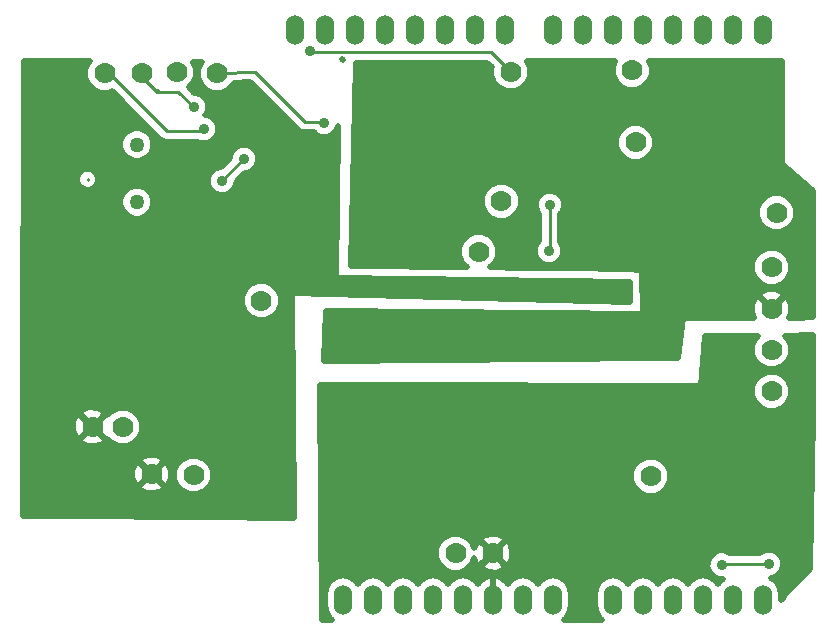
<source format=gbl>
G04 (created by PCBNEW (2013-07-07 BZR 4022)-stable) date 9/23/2014 8:39:01 AM*
%MOIN*%
G04 Gerber Fmt 3.4, Leading zero omitted, Abs format*
%FSLAX34Y34*%
G01*
G70*
G90*
G04 APERTURE LIST*
%ADD10C,0.00590551*%
%ADD11C,0.07*%
%ADD12C,0.05*%
%ADD13O,0.06X0.1*%
%ADD14C,0.035*%
%ADD15C,0.01*%
%ADD16C,0.019*%
G04 APERTURE END LIST*
G54D10*
G54D11*
X89340Y-41800D03*
X78210Y-41810D03*
X77060Y-41860D03*
X75810Y-41860D03*
X79560Y-41860D03*
X93390Y-41760D03*
X77370Y-55210D03*
X81030Y-49430D03*
X88750Y-57850D03*
X98200Y-46500D03*
X87500Y-57850D03*
X94010Y-55286D03*
X93500Y-44160D03*
X89030Y-46120D03*
X88270Y-47800D03*
X78770Y-55245D03*
G54D12*
X76876Y-46150D03*
X76876Y-44229D03*
G54D11*
X98038Y-52456D03*
X98038Y-51078D03*
X98038Y-49700D03*
X98038Y-48322D03*
X75400Y-53637D03*
X76407Y-53641D03*
G54D13*
X89150Y-40400D03*
X88150Y-40400D03*
X87150Y-40400D03*
X86150Y-40400D03*
X85150Y-40400D03*
X84150Y-40400D03*
X83150Y-40400D03*
X82150Y-40400D03*
X86750Y-59400D03*
X85750Y-59400D03*
X84750Y-59400D03*
X83750Y-59400D03*
X87750Y-59400D03*
X88750Y-59400D03*
X89750Y-59400D03*
X90750Y-59400D03*
X92750Y-59400D03*
X93750Y-59400D03*
X94750Y-59400D03*
X95750Y-59400D03*
X96750Y-59400D03*
X97750Y-59400D03*
X97750Y-40400D03*
X96750Y-40400D03*
X95750Y-40400D03*
X94750Y-40400D03*
X93750Y-40400D03*
X92750Y-40400D03*
X91750Y-40400D03*
X90750Y-40400D03*
G54D14*
X97960Y-58200D03*
X96370Y-58230D03*
X78770Y-42980D03*
X79110Y-43720D03*
X84442Y-46074D03*
X92100Y-50218D03*
X85022Y-50352D03*
X87370Y-45772D03*
X93676Y-46718D03*
X83120Y-43510D03*
X82650Y-41120D03*
X74630Y-44900D03*
X82200Y-44050D03*
X81970Y-47670D03*
X78150Y-49500D03*
X81210Y-47670D03*
X83110Y-47610D03*
X93184Y-49056D03*
X89916Y-49014D03*
X73816Y-48330D03*
X76786Y-51436D03*
X90246Y-53432D03*
X79730Y-45450D03*
X80450Y-44700D03*
X90640Y-46234D03*
X90616Y-47782D03*
G54D15*
X75240Y-45376D02*
X75240Y-45406D01*
X96400Y-58200D02*
X97960Y-58200D01*
X96370Y-58230D02*
X96400Y-58200D01*
X77600Y-42470D02*
X77560Y-42470D01*
X77060Y-41970D02*
X77060Y-41860D01*
X77560Y-42470D02*
X77060Y-41970D01*
X78260Y-42470D02*
X78770Y-42980D01*
X77600Y-42470D02*
X78260Y-42470D01*
X77550Y-42420D02*
X77600Y-42470D01*
X75940Y-41860D02*
X75810Y-41860D01*
X77870Y-43790D02*
X75940Y-41860D01*
X79040Y-43790D02*
X77870Y-43790D01*
X79110Y-43720D02*
X79040Y-43790D01*
X87316Y-45790D02*
X87314Y-45790D01*
X87334Y-45772D02*
X87316Y-45790D01*
X87370Y-45772D02*
X87334Y-45772D01*
X82470Y-43480D02*
X83090Y-43480D01*
X79560Y-41860D02*
X79580Y-41840D01*
X80800Y-41810D02*
X82470Y-43480D01*
X80800Y-41810D02*
X79580Y-41840D01*
X88690Y-41150D02*
X89340Y-41800D01*
X82680Y-41150D02*
X88690Y-41150D01*
X82650Y-41120D02*
X82680Y-41150D01*
X82200Y-44050D02*
X82200Y-44060D01*
X78150Y-49500D02*
X78150Y-49490D01*
X89916Y-49014D02*
X89916Y-49008D01*
X73816Y-48330D02*
X73816Y-48360D01*
X79730Y-45420D02*
X79730Y-45450D01*
X80450Y-44700D02*
X79730Y-45420D01*
X90640Y-47758D02*
X90640Y-46234D01*
X90616Y-47782D02*
X90640Y-47758D01*
G54D10*
G36*
X99420Y-53247D02*
X99306Y-58383D01*
X98683Y-59006D01*
X98683Y-52328D01*
X98585Y-52091D01*
X98404Y-51909D01*
X98167Y-51811D01*
X97910Y-51811D01*
X97673Y-51909D01*
X97492Y-52090D01*
X97393Y-52327D01*
X97393Y-52584D01*
X97491Y-52821D01*
X97672Y-53002D01*
X97909Y-53101D01*
X98166Y-53101D01*
X98403Y-53003D01*
X98585Y-52822D01*
X98683Y-52585D01*
X98683Y-52328D01*
X98683Y-59006D01*
X98520Y-59170D01*
X98449Y-59275D01*
X98441Y-59319D01*
X98345Y-59419D01*
X98345Y-59184D01*
X98299Y-58956D01*
X98170Y-58763D01*
X98030Y-58670D01*
X98053Y-58670D01*
X98225Y-58598D01*
X98358Y-58466D01*
X98429Y-58293D01*
X98430Y-58106D01*
X98358Y-57934D01*
X98226Y-57801D01*
X98053Y-57730D01*
X97866Y-57729D01*
X97694Y-57801D01*
X97640Y-57855D01*
X96659Y-57855D01*
X96636Y-57831D01*
X96463Y-57760D01*
X96276Y-57759D01*
X96104Y-57831D01*
X95971Y-57963D01*
X95900Y-58136D01*
X95899Y-58323D01*
X95971Y-58495D01*
X96103Y-58628D01*
X96276Y-58699D01*
X96424Y-58700D01*
X96329Y-58763D01*
X96249Y-58882D01*
X96170Y-58763D01*
X95977Y-58634D01*
X95750Y-58589D01*
X95522Y-58634D01*
X95329Y-58763D01*
X95249Y-58882D01*
X95170Y-58763D01*
X94977Y-58634D01*
X94750Y-58589D01*
X94655Y-58608D01*
X94655Y-55158D01*
X94557Y-54921D01*
X94375Y-54739D01*
X94138Y-54641D01*
X93882Y-54640D01*
X93645Y-54738D01*
X93463Y-54920D01*
X93365Y-55157D01*
X93364Y-55413D01*
X93462Y-55650D01*
X93644Y-55832D01*
X93881Y-55930D01*
X94137Y-55931D01*
X94374Y-55833D01*
X94556Y-55651D01*
X94654Y-55414D01*
X94655Y-55158D01*
X94655Y-58608D01*
X94522Y-58634D01*
X94329Y-58763D01*
X94249Y-58882D01*
X94170Y-58763D01*
X93977Y-58634D01*
X93750Y-58589D01*
X93522Y-58634D01*
X93329Y-58763D01*
X93249Y-58882D01*
X93170Y-58763D01*
X92977Y-58634D01*
X92750Y-58589D01*
X92522Y-58634D01*
X92329Y-58763D01*
X92200Y-58956D01*
X92155Y-59184D01*
X92155Y-59615D01*
X92200Y-59843D01*
X92329Y-60036D01*
X92387Y-60075D01*
X91112Y-60075D01*
X91170Y-60036D01*
X91299Y-59843D01*
X91345Y-59615D01*
X91345Y-59184D01*
X91299Y-58956D01*
X91170Y-58763D01*
X90977Y-58634D01*
X90750Y-58589D01*
X90522Y-58634D01*
X90329Y-58763D01*
X90249Y-58882D01*
X90170Y-58763D01*
X89977Y-58634D01*
X89750Y-58589D01*
X89522Y-58634D01*
X89398Y-58717D01*
X89398Y-57742D01*
X89308Y-57502D01*
X89284Y-57467D01*
X89166Y-57440D01*
X89159Y-57447D01*
X89159Y-57433D01*
X89132Y-57315D01*
X88898Y-57209D01*
X88642Y-57201D01*
X88402Y-57291D01*
X88367Y-57315D01*
X88340Y-57433D01*
X88750Y-57842D01*
X89159Y-57433D01*
X89159Y-57447D01*
X88757Y-57850D01*
X89166Y-58259D01*
X89284Y-58232D01*
X89390Y-57998D01*
X89398Y-57742D01*
X89398Y-58717D01*
X89329Y-58763D01*
X89244Y-58889D01*
X89167Y-58775D01*
X89159Y-58770D01*
X89159Y-58266D01*
X88750Y-57857D01*
X88742Y-57864D01*
X88742Y-57850D01*
X88333Y-57440D01*
X88215Y-57467D01*
X88123Y-57670D01*
X88047Y-57485D01*
X87865Y-57303D01*
X87628Y-57205D01*
X87372Y-57204D01*
X87135Y-57302D01*
X86953Y-57484D01*
X86855Y-57721D01*
X86854Y-57977D01*
X86952Y-58214D01*
X87134Y-58396D01*
X87371Y-58494D01*
X87627Y-58495D01*
X87864Y-58397D01*
X88046Y-58215D01*
X88126Y-58023D01*
X88191Y-58197D01*
X88215Y-58232D01*
X88333Y-58259D01*
X88742Y-57850D01*
X88742Y-57864D01*
X88340Y-58266D01*
X88367Y-58384D01*
X88601Y-58490D01*
X88857Y-58498D01*
X89097Y-58408D01*
X89132Y-58384D01*
X89159Y-58266D01*
X89159Y-58770D01*
X88973Y-58648D01*
X88848Y-58613D01*
X88755Y-58678D01*
X88755Y-59395D01*
X88762Y-59395D01*
X88762Y-59405D01*
X88755Y-59405D01*
X88755Y-59412D01*
X88745Y-59412D01*
X88745Y-59405D01*
X88737Y-59405D01*
X88737Y-59395D01*
X88745Y-59395D01*
X88745Y-58678D01*
X88651Y-58613D01*
X88526Y-58648D01*
X88332Y-58775D01*
X88255Y-58889D01*
X88170Y-58763D01*
X87977Y-58634D01*
X87750Y-58589D01*
X87522Y-58634D01*
X87329Y-58763D01*
X87249Y-58882D01*
X87170Y-58763D01*
X86977Y-58634D01*
X86750Y-58589D01*
X86522Y-58634D01*
X86329Y-58763D01*
X86249Y-58882D01*
X86170Y-58763D01*
X85977Y-58634D01*
X85750Y-58589D01*
X85522Y-58634D01*
X85329Y-58763D01*
X85249Y-58882D01*
X85170Y-58763D01*
X84977Y-58634D01*
X84750Y-58589D01*
X84522Y-58634D01*
X84329Y-58763D01*
X84249Y-58882D01*
X84170Y-58763D01*
X83977Y-58634D01*
X83750Y-58589D01*
X83522Y-58634D01*
X83329Y-58763D01*
X83200Y-58956D01*
X83155Y-59184D01*
X83155Y-59615D01*
X83200Y-59843D01*
X83329Y-60036D01*
X83387Y-60075D01*
X83044Y-60075D01*
X82995Y-52245D01*
X84249Y-52245D01*
X95688Y-52285D01*
X95814Y-50624D01*
X97599Y-50605D01*
X97492Y-50712D01*
X97393Y-50949D01*
X97393Y-51206D01*
X97491Y-51443D01*
X97672Y-51624D01*
X97909Y-51723D01*
X98166Y-51723D01*
X98403Y-51625D01*
X98585Y-51444D01*
X98683Y-51207D01*
X98683Y-50950D01*
X98585Y-50713D01*
X98468Y-50596D01*
X99420Y-50586D01*
X99420Y-53247D01*
X99420Y-53247D01*
G37*
G54D16*
X99420Y-53247D02*
X99306Y-58383D01*
X98683Y-59006D01*
X98683Y-52328D01*
X98585Y-52091D01*
X98404Y-51909D01*
X98167Y-51811D01*
X97910Y-51811D01*
X97673Y-51909D01*
X97492Y-52090D01*
X97393Y-52327D01*
X97393Y-52584D01*
X97491Y-52821D01*
X97672Y-53002D01*
X97909Y-53101D01*
X98166Y-53101D01*
X98403Y-53003D01*
X98585Y-52822D01*
X98683Y-52585D01*
X98683Y-52328D01*
X98683Y-59006D01*
X98520Y-59170D01*
X98449Y-59275D01*
X98441Y-59319D01*
X98345Y-59419D01*
X98345Y-59184D01*
X98299Y-58956D01*
X98170Y-58763D01*
X98030Y-58670D01*
X98053Y-58670D01*
X98225Y-58598D01*
X98358Y-58466D01*
X98429Y-58293D01*
X98430Y-58106D01*
X98358Y-57934D01*
X98226Y-57801D01*
X98053Y-57730D01*
X97866Y-57729D01*
X97694Y-57801D01*
X97640Y-57855D01*
X96659Y-57855D01*
X96636Y-57831D01*
X96463Y-57760D01*
X96276Y-57759D01*
X96104Y-57831D01*
X95971Y-57963D01*
X95900Y-58136D01*
X95899Y-58323D01*
X95971Y-58495D01*
X96103Y-58628D01*
X96276Y-58699D01*
X96424Y-58700D01*
X96329Y-58763D01*
X96249Y-58882D01*
X96170Y-58763D01*
X95977Y-58634D01*
X95750Y-58589D01*
X95522Y-58634D01*
X95329Y-58763D01*
X95249Y-58882D01*
X95170Y-58763D01*
X94977Y-58634D01*
X94750Y-58589D01*
X94655Y-58608D01*
X94655Y-55158D01*
X94557Y-54921D01*
X94375Y-54739D01*
X94138Y-54641D01*
X93882Y-54640D01*
X93645Y-54738D01*
X93463Y-54920D01*
X93365Y-55157D01*
X93364Y-55413D01*
X93462Y-55650D01*
X93644Y-55832D01*
X93881Y-55930D01*
X94137Y-55931D01*
X94374Y-55833D01*
X94556Y-55651D01*
X94654Y-55414D01*
X94655Y-55158D01*
X94655Y-58608D01*
X94522Y-58634D01*
X94329Y-58763D01*
X94249Y-58882D01*
X94170Y-58763D01*
X93977Y-58634D01*
X93750Y-58589D01*
X93522Y-58634D01*
X93329Y-58763D01*
X93249Y-58882D01*
X93170Y-58763D01*
X92977Y-58634D01*
X92750Y-58589D01*
X92522Y-58634D01*
X92329Y-58763D01*
X92200Y-58956D01*
X92155Y-59184D01*
X92155Y-59615D01*
X92200Y-59843D01*
X92329Y-60036D01*
X92387Y-60075D01*
X91112Y-60075D01*
X91170Y-60036D01*
X91299Y-59843D01*
X91345Y-59615D01*
X91345Y-59184D01*
X91299Y-58956D01*
X91170Y-58763D01*
X90977Y-58634D01*
X90750Y-58589D01*
X90522Y-58634D01*
X90329Y-58763D01*
X90249Y-58882D01*
X90170Y-58763D01*
X89977Y-58634D01*
X89750Y-58589D01*
X89522Y-58634D01*
X89398Y-58717D01*
X89398Y-57742D01*
X89308Y-57502D01*
X89284Y-57467D01*
X89166Y-57440D01*
X89159Y-57447D01*
X89159Y-57433D01*
X89132Y-57315D01*
X88898Y-57209D01*
X88642Y-57201D01*
X88402Y-57291D01*
X88367Y-57315D01*
X88340Y-57433D01*
X88750Y-57842D01*
X89159Y-57433D01*
X89159Y-57447D01*
X88757Y-57850D01*
X89166Y-58259D01*
X89284Y-58232D01*
X89390Y-57998D01*
X89398Y-57742D01*
X89398Y-58717D01*
X89329Y-58763D01*
X89244Y-58889D01*
X89167Y-58775D01*
X89159Y-58770D01*
X89159Y-58266D01*
X88750Y-57857D01*
X88742Y-57864D01*
X88742Y-57850D01*
X88333Y-57440D01*
X88215Y-57467D01*
X88123Y-57670D01*
X88047Y-57485D01*
X87865Y-57303D01*
X87628Y-57205D01*
X87372Y-57204D01*
X87135Y-57302D01*
X86953Y-57484D01*
X86855Y-57721D01*
X86854Y-57977D01*
X86952Y-58214D01*
X87134Y-58396D01*
X87371Y-58494D01*
X87627Y-58495D01*
X87864Y-58397D01*
X88046Y-58215D01*
X88126Y-58023D01*
X88191Y-58197D01*
X88215Y-58232D01*
X88333Y-58259D01*
X88742Y-57850D01*
X88742Y-57864D01*
X88340Y-58266D01*
X88367Y-58384D01*
X88601Y-58490D01*
X88857Y-58498D01*
X89097Y-58408D01*
X89132Y-58384D01*
X89159Y-58266D01*
X89159Y-58770D01*
X88973Y-58648D01*
X88848Y-58613D01*
X88755Y-58678D01*
X88755Y-59395D01*
X88762Y-59395D01*
X88762Y-59405D01*
X88755Y-59405D01*
X88755Y-59412D01*
X88745Y-59412D01*
X88745Y-59405D01*
X88737Y-59405D01*
X88737Y-59395D01*
X88745Y-59395D01*
X88745Y-58678D01*
X88651Y-58613D01*
X88526Y-58648D01*
X88332Y-58775D01*
X88255Y-58889D01*
X88170Y-58763D01*
X87977Y-58634D01*
X87750Y-58589D01*
X87522Y-58634D01*
X87329Y-58763D01*
X87249Y-58882D01*
X87170Y-58763D01*
X86977Y-58634D01*
X86750Y-58589D01*
X86522Y-58634D01*
X86329Y-58763D01*
X86249Y-58882D01*
X86170Y-58763D01*
X85977Y-58634D01*
X85750Y-58589D01*
X85522Y-58634D01*
X85329Y-58763D01*
X85249Y-58882D01*
X85170Y-58763D01*
X84977Y-58634D01*
X84750Y-58589D01*
X84522Y-58634D01*
X84329Y-58763D01*
X84249Y-58882D01*
X84170Y-58763D01*
X83977Y-58634D01*
X83750Y-58589D01*
X83522Y-58634D01*
X83329Y-58763D01*
X83200Y-58956D01*
X83155Y-59184D01*
X83155Y-59615D01*
X83200Y-59843D01*
X83329Y-60036D01*
X83387Y-60075D01*
X83044Y-60075D01*
X82995Y-52245D01*
X84249Y-52245D01*
X95688Y-52285D01*
X95814Y-50624D01*
X97599Y-50605D01*
X97492Y-50712D01*
X97393Y-50949D01*
X97393Y-51206D01*
X97491Y-51443D01*
X97672Y-51624D01*
X97909Y-51723D01*
X98166Y-51723D01*
X98403Y-51625D01*
X98585Y-51444D01*
X98683Y-51207D01*
X98683Y-50950D01*
X98585Y-50713D01*
X98468Y-50596D01*
X99420Y-50586D01*
X99420Y-53247D01*
G54D10*
G36*
X99420Y-48391D02*
X99413Y-49991D01*
X98845Y-49995D01*
X98845Y-46372D01*
X98747Y-46135D01*
X98565Y-45953D01*
X98328Y-45855D01*
X98072Y-45854D01*
X97835Y-45952D01*
X97653Y-46134D01*
X97555Y-46371D01*
X97554Y-46627D01*
X97652Y-46864D01*
X97834Y-47046D01*
X98071Y-47144D01*
X98327Y-47145D01*
X98564Y-47047D01*
X98746Y-46865D01*
X98844Y-46628D01*
X98845Y-46372D01*
X98845Y-49995D01*
X98612Y-49996D01*
X98679Y-49849D01*
X98687Y-49592D01*
X98683Y-49582D01*
X98683Y-48194D01*
X98585Y-47957D01*
X98404Y-47775D01*
X98167Y-47677D01*
X97910Y-47677D01*
X97673Y-47775D01*
X97492Y-47956D01*
X97393Y-48193D01*
X97393Y-48450D01*
X97491Y-48687D01*
X97672Y-48868D01*
X97909Y-48967D01*
X98166Y-48967D01*
X98403Y-48869D01*
X98585Y-48688D01*
X98683Y-48451D01*
X98683Y-48194D01*
X98683Y-49582D01*
X98596Y-49352D01*
X98573Y-49317D01*
X98454Y-49291D01*
X98447Y-49298D01*
X98447Y-49284D01*
X98421Y-49165D01*
X98187Y-49059D01*
X97930Y-49051D01*
X97690Y-49142D01*
X97656Y-49165D01*
X97629Y-49284D01*
X98038Y-49693D01*
X98447Y-49284D01*
X98447Y-49298D01*
X98045Y-49700D01*
X98051Y-49705D01*
X98044Y-49713D01*
X98038Y-49707D01*
X98033Y-49713D01*
X98025Y-49705D01*
X98031Y-49700D01*
X97622Y-49291D01*
X97503Y-49317D01*
X97397Y-49551D01*
X97389Y-49808D01*
X97463Y-50004D01*
X95089Y-50019D01*
X94933Y-51347D01*
X94145Y-51354D01*
X94145Y-44032D01*
X94047Y-43795D01*
X93865Y-43613D01*
X93628Y-43515D01*
X93372Y-43514D01*
X93135Y-43612D01*
X92953Y-43794D01*
X92855Y-44031D01*
X92854Y-44287D01*
X92952Y-44524D01*
X93134Y-44706D01*
X93371Y-44804D01*
X93627Y-44805D01*
X93864Y-44707D01*
X94046Y-44525D01*
X94144Y-44288D01*
X94145Y-44032D01*
X94145Y-51354D01*
X83101Y-51448D01*
X83186Y-49773D01*
X93744Y-49888D01*
X93717Y-48431D01*
X93379Y-48383D01*
X91110Y-48354D01*
X91110Y-46140D01*
X91038Y-45968D01*
X90906Y-45835D01*
X90733Y-45764D01*
X90546Y-45763D01*
X90374Y-45835D01*
X90241Y-45967D01*
X90170Y-46140D01*
X90169Y-46327D01*
X90241Y-46499D01*
X90295Y-46553D01*
X90295Y-47438D01*
X90217Y-47515D01*
X90146Y-47688D01*
X90145Y-47875D01*
X90217Y-48047D01*
X90349Y-48180D01*
X90522Y-48251D01*
X90709Y-48252D01*
X90881Y-48180D01*
X91014Y-48048D01*
X91085Y-47875D01*
X91086Y-47688D01*
X91014Y-47516D01*
X90985Y-47486D01*
X90985Y-46553D01*
X91038Y-46500D01*
X91109Y-46327D01*
X91110Y-46140D01*
X91110Y-48354D01*
X89675Y-48336D01*
X89675Y-45992D01*
X89577Y-45755D01*
X89395Y-45573D01*
X89158Y-45475D01*
X88902Y-45474D01*
X88665Y-45572D01*
X88483Y-45754D01*
X88385Y-45991D01*
X88384Y-46247D01*
X88482Y-46484D01*
X88664Y-46666D01*
X88901Y-46764D01*
X89157Y-46765D01*
X89394Y-46667D01*
X89576Y-46485D01*
X89674Y-46248D01*
X89675Y-45992D01*
X89675Y-48336D01*
X88658Y-48323D01*
X88816Y-48165D01*
X88914Y-47928D01*
X88915Y-47672D01*
X88817Y-47435D01*
X88635Y-47253D01*
X88398Y-47155D01*
X88142Y-47154D01*
X87905Y-47252D01*
X87723Y-47434D01*
X87625Y-47671D01*
X87624Y-47927D01*
X87722Y-48164D01*
X87871Y-48313D01*
X84012Y-48264D01*
X84192Y-41495D01*
X88547Y-41495D01*
X88703Y-41651D01*
X88695Y-41671D01*
X88694Y-41927D01*
X88792Y-42164D01*
X88974Y-42346D01*
X89211Y-42444D01*
X89467Y-42445D01*
X89704Y-42347D01*
X89886Y-42165D01*
X89984Y-41928D01*
X89985Y-41672D01*
X89887Y-41436D01*
X92824Y-41439D01*
X92745Y-41631D01*
X92744Y-41887D01*
X92842Y-42124D01*
X93024Y-42306D01*
X93261Y-42404D01*
X93517Y-42405D01*
X93754Y-42307D01*
X93936Y-42125D01*
X94034Y-41888D01*
X94035Y-41632D01*
X93956Y-41441D01*
X98375Y-41446D01*
X98375Y-44882D01*
X99420Y-45762D01*
X99420Y-48391D01*
X99420Y-48391D01*
G37*
G54D16*
X99420Y-48391D02*
X99413Y-49991D01*
X98845Y-49995D01*
X98845Y-46372D01*
X98747Y-46135D01*
X98565Y-45953D01*
X98328Y-45855D01*
X98072Y-45854D01*
X97835Y-45952D01*
X97653Y-46134D01*
X97555Y-46371D01*
X97554Y-46627D01*
X97652Y-46864D01*
X97834Y-47046D01*
X98071Y-47144D01*
X98327Y-47145D01*
X98564Y-47047D01*
X98746Y-46865D01*
X98844Y-46628D01*
X98845Y-46372D01*
X98845Y-49995D01*
X98612Y-49996D01*
X98679Y-49849D01*
X98687Y-49592D01*
X98683Y-49582D01*
X98683Y-48194D01*
X98585Y-47957D01*
X98404Y-47775D01*
X98167Y-47677D01*
X97910Y-47677D01*
X97673Y-47775D01*
X97492Y-47956D01*
X97393Y-48193D01*
X97393Y-48450D01*
X97491Y-48687D01*
X97672Y-48868D01*
X97909Y-48967D01*
X98166Y-48967D01*
X98403Y-48869D01*
X98585Y-48688D01*
X98683Y-48451D01*
X98683Y-48194D01*
X98683Y-49582D01*
X98596Y-49352D01*
X98573Y-49317D01*
X98454Y-49291D01*
X98447Y-49298D01*
X98447Y-49284D01*
X98421Y-49165D01*
X98187Y-49059D01*
X97930Y-49051D01*
X97690Y-49142D01*
X97656Y-49165D01*
X97629Y-49284D01*
X98038Y-49693D01*
X98447Y-49284D01*
X98447Y-49298D01*
X98045Y-49700D01*
X98051Y-49705D01*
X98044Y-49713D01*
X98038Y-49707D01*
X98033Y-49713D01*
X98025Y-49705D01*
X98031Y-49700D01*
X97622Y-49291D01*
X97503Y-49317D01*
X97397Y-49551D01*
X97389Y-49808D01*
X97463Y-50004D01*
X95089Y-50019D01*
X94933Y-51347D01*
X94145Y-51354D01*
X94145Y-44032D01*
X94047Y-43795D01*
X93865Y-43613D01*
X93628Y-43515D01*
X93372Y-43514D01*
X93135Y-43612D01*
X92953Y-43794D01*
X92855Y-44031D01*
X92854Y-44287D01*
X92952Y-44524D01*
X93134Y-44706D01*
X93371Y-44804D01*
X93627Y-44805D01*
X93864Y-44707D01*
X94046Y-44525D01*
X94144Y-44288D01*
X94145Y-44032D01*
X94145Y-51354D01*
X83101Y-51448D01*
X83186Y-49773D01*
X93744Y-49888D01*
X93717Y-48431D01*
X93379Y-48383D01*
X91110Y-48354D01*
X91110Y-46140D01*
X91038Y-45968D01*
X90906Y-45835D01*
X90733Y-45764D01*
X90546Y-45763D01*
X90374Y-45835D01*
X90241Y-45967D01*
X90170Y-46140D01*
X90169Y-46327D01*
X90241Y-46499D01*
X90295Y-46553D01*
X90295Y-47438D01*
X90217Y-47515D01*
X90146Y-47688D01*
X90145Y-47875D01*
X90217Y-48047D01*
X90349Y-48180D01*
X90522Y-48251D01*
X90709Y-48252D01*
X90881Y-48180D01*
X91014Y-48048D01*
X91085Y-47875D01*
X91086Y-47688D01*
X91014Y-47516D01*
X90985Y-47486D01*
X90985Y-46553D01*
X91038Y-46500D01*
X91109Y-46327D01*
X91110Y-46140D01*
X91110Y-48354D01*
X89675Y-48336D01*
X89675Y-45992D01*
X89577Y-45755D01*
X89395Y-45573D01*
X89158Y-45475D01*
X88902Y-45474D01*
X88665Y-45572D01*
X88483Y-45754D01*
X88385Y-45991D01*
X88384Y-46247D01*
X88482Y-46484D01*
X88664Y-46666D01*
X88901Y-46764D01*
X89157Y-46765D01*
X89394Y-46667D01*
X89576Y-46485D01*
X89674Y-46248D01*
X89675Y-45992D01*
X89675Y-48336D01*
X88658Y-48323D01*
X88816Y-48165D01*
X88914Y-47928D01*
X88915Y-47672D01*
X88817Y-47435D01*
X88635Y-47253D01*
X88398Y-47155D01*
X88142Y-47154D01*
X87905Y-47252D01*
X87723Y-47434D01*
X87625Y-47671D01*
X87624Y-47927D01*
X87722Y-48164D01*
X87871Y-48313D01*
X84012Y-48264D01*
X84192Y-41495D01*
X88547Y-41495D01*
X88703Y-41651D01*
X88695Y-41671D01*
X88694Y-41927D01*
X88792Y-42164D01*
X88974Y-42346D01*
X89211Y-42444D01*
X89467Y-42445D01*
X89704Y-42347D01*
X89886Y-42165D01*
X89984Y-41928D01*
X89985Y-41672D01*
X89887Y-41436D01*
X92824Y-41439D01*
X92745Y-41631D01*
X92744Y-41887D01*
X92842Y-42124D01*
X93024Y-42306D01*
X93261Y-42404D01*
X93517Y-42405D01*
X93754Y-42307D01*
X93936Y-42125D01*
X94034Y-41888D01*
X94035Y-41632D01*
X93956Y-41441D01*
X98375Y-41446D01*
X98375Y-44882D01*
X99420Y-45762D01*
X99420Y-48391D01*
G54D10*
G36*
X83736Y-41394D02*
X83715Y-41393D01*
X83716Y-41376D01*
X83736Y-41394D01*
X83736Y-41394D01*
G37*
G54D16*
X83736Y-41394D02*
X83715Y-41393D01*
X83716Y-41376D01*
X83736Y-41394D01*
G54D10*
G36*
X93303Y-49476D02*
X82062Y-49178D01*
X82118Y-56674D01*
X81675Y-56670D01*
X81675Y-49302D01*
X81577Y-49065D01*
X81395Y-48883D01*
X81158Y-48785D01*
X80920Y-48784D01*
X80920Y-44606D01*
X80848Y-44434D01*
X80716Y-44301D01*
X80543Y-44230D01*
X80356Y-44229D01*
X80184Y-44301D01*
X80051Y-44433D01*
X79980Y-44606D01*
X79980Y-44682D01*
X79682Y-44979D01*
X79636Y-44979D01*
X79464Y-45051D01*
X79331Y-45183D01*
X79260Y-45356D01*
X79259Y-45543D01*
X79331Y-45715D01*
X79463Y-45848D01*
X79636Y-45919D01*
X79823Y-45920D01*
X79995Y-45848D01*
X80128Y-45716D01*
X80199Y-45543D01*
X80200Y-45437D01*
X80467Y-45170D01*
X80543Y-45170D01*
X80715Y-45098D01*
X80848Y-44966D01*
X80919Y-44793D01*
X80920Y-44606D01*
X80920Y-48784D01*
X80902Y-48784D01*
X80665Y-48882D01*
X80483Y-49064D01*
X80385Y-49301D01*
X80384Y-49557D01*
X80482Y-49794D01*
X80664Y-49976D01*
X80901Y-50074D01*
X81157Y-50075D01*
X81394Y-49977D01*
X81576Y-49795D01*
X81674Y-49558D01*
X81675Y-49302D01*
X81675Y-56670D01*
X79415Y-56652D01*
X79415Y-55117D01*
X79317Y-54880D01*
X79135Y-54698D01*
X78898Y-54600D01*
X78642Y-54599D01*
X78405Y-54697D01*
X78223Y-54879D01*
X78125Y-55116D01*
X78124Y-55372D01*
X78222Y-55609D01*
X78404Y-55791D01*
X78641Y-55889D01*
X78897Y-55890D01*
X79134Y-55792D01*
X79316Y-55610D01*
X79414Y-55373D01*
X79415Y-55117D01*
X79415Y-56652D01*
X78018Y-56641D01*
X78018Y-55102D01*
X77928Y-54862D01*
X77904Y-54827D01*
X77786Y-54800D01*
X77779Y-54807D01*
X77779Y-54793D01*
X77752Y-54675D01*
X77518Y-54569D01*
X77421Y-54566D01*
X77421Y-46042D01*
X77421Y-44121D01*
X77338Y-43921D01*
X77185Y-43767D01*
X76985Y-43684D01*
X76768Y-43684D01*
X76568Y-43767D01*
X76414Y-43920D01*
X76331Y-44120D01*
X76331Y-44337D01*
X76414Y-44537D01*
X76567Y-44691D01*
X76767Y-44774D01*
X76984Y-44774D01*
X77184Y-44691D01*
X77338Y-44538D01*
X77421Y-44338D01*
X77421Y-44121D01*
X77421Y-46042D01*
X77338Y-45842D01*
X77185Y-45689D01*
X76985Y-45605D01*
X76768Y-45605D01*
X76568Y-45688D01*
X76414Y-45841D01*
X76331Y-46041D01*
X76331Y-46258D01*
X76414Y-46459D01*
X76567Y-46612D01*
X76767Y-46695D01*
X76984Y-46695D01*
X77184Y-46613D01*
X77338Y-46459D01*
X77421Y-46259D01*
X77421Y-46042D01*
X77421Y-54566D01*
X77262Y-54561D01*
X77052Y-54640D01*
X77052Y-53514D01*
X76954Y-53276D01*
X76773Y-53095D01*
X76536Y-52996D01*
X76280Y-52996D01*
X76042Y-53094D01*
X75891Y-53245D01*
X75816Y-53228D01*
X75809Y-53235D01*
X75809Y-53221D01*
X75782Y-53102D01*
X75585Y-53013D01*
X75585Y-45406D01*
X75585Y-45376D01*
X75558Y-45243D01*
X75483Y-45132D01*
X75372Y-45057D01*
X75240Y-45031D01*
X75107Y-45057D01*
X74996Y-45132D01*
X74921Y-45243D01*
X74895Y-45376D01*
X74895Y-45406D01*
X74921Y-45538D01*
X74996Y-45649D01*
X75107Y-45724D01*
X75240Y-45751D01*
X75372Y-45724D01*
X75483Y-45649D01*
X75558Y-45538D01*
X75585Y-45406D01*
X75585Y-53013D01*
X75548Y-52997D01*
X75292Y-52989D01*
X75052Y-53079D01*
X75017Y-53102D01*
X74990Y-53221D01*
X75400Y-53630D01*
X75809Y-53221D01*
X75809Y-53235D01*
X75407Y-53637D01*
X75816Y-54047D01*
X75885Y-54031D01*
X76042Y-54188D01*
X76279Y-54286D01*
X76535Y-54286D01*
X76772Y-54188D01*
X76954Y-54007D01*
X77052Y-53770D01*
X77052Y-53514D01*
X77052Y-54640D01*
X77022Y-54651D01*
X76987Y-54675D01*
X76960Y-54793D01*
X77370Y-55202D01*
X77779Y-54793D01*
X77779Y-54807D01*
X77377Y-55210D01*
X77786Y-55619D01*
X77904Y-55592D01*
X78010Y-55358D01*
X78018Y-55102D01*
X78018Y-56641D01*
X77779Y-56639D01*
X77779Y-55626D01*
X77370Y-55217D01*
X77362Y-55224D01*
X77362Y-55210D01*
X76953Y-54800D01*
X76835Y-54827D01*
X76729Y-55061D01*
X76721Y-55317D01*
X76811Y-55557D01*
X76835Y-55592D01*
X76953Y-55619D01*
X77362Y-55210D01*
X77362Y-55224D01*
X76960Y-55626D01*
X76987Y-55744D01*
X77221Y-55850D01*
X77477Y-55858D01*
X77717Y-55768D01*
X77752Y-55744D01*
X77779Y-55626D01*
X77779Y-56639D01*
X75809Y-56623D01*
X75809Y-54054D01*
X75400Y-53644D01*
X75392Y-53652D01*
X75392Y-53637D01*
X74983Y-53228D01*
X74865Y-53255D01*
X74759Y-53489D01*
X74751Y-53745D01*
X74841Y-53985D01*
X74865Y-54020D01*
X74983Y-54047D01*
X75392Y-53637D01*
X75392Y-53652D01*
X74990Y-54054D01*
X75017Y-54172D01*
X75251Y-54278D01*
X75507Y-54286D01*
X75747Y-54195D01*
X75782Y-54172D01*
X75809Y-54054D01*
X75809Y-56623D01*
X73075Y-56601D01*
X73075Y-52545D01*
X73128Y-41435D01*
X75311Y-41446D01*
X75263Y-41494D01*
X75165Y-41731D01*
X75164Y-41987D01*
X75262Y-42224D01*
X75444Y-42406D01*
X75681Y-42504D01*
X75937Y-42505D01*
X76050Y-42458D01*
X77626Y-44033D01*
X77626Y-44033D01*
X77709Y-44089D01*
X77737Y-44108D01*
X77737Y-44108D01*
X77837Y-44128D01*
X77869Y-44135D01*
X77869Y-44134D01*
X77870Y-44135D01*
X78883Y-44135D01*
X79016Y-44189D01*
X79203Y-44190D01*
X79375Y-44118D01*
X79508Y-43986D01*
X79579Y-43813D01*
X79580Y-43626D01*
X79508Y-43454D01*
X79376Y-43321D01*
X79203Y-43250D01*
X79164Y-43250D01*
X79168Y-43246D01*
X79239Y-43073D01*
X79240Y-42886D01*
X79168Y-42714D01*
X79036Y-42581D01*
X78863Y-42510D01*
X78787Y-42510D01*
X78604Y-42327D01*
X78756Y-42175D01*
X78854Y-41938D01*
X78855Y-41682D01*
X78764Y-41463D01*
X79042Y-41465D01*
X79013Y-41494D01*
X78915Y-41731D01*
X78914Y-41987D01*
X79012Y-42224D01*
X79194Y-42406D01*
X79431Y-42504D01*
X79687Y-42505D01*
X79924Y-42407D01*
X80106Y-42225D01*
X80128Y-42171D01*
X80660Y-42158D01*
X82226Y-43723D01*
X82337Y-43798D01*
X82337Y-43798D01*
X82470Y-43825D01*
X82770Y-43825D01*
X82853Y-43908D01*
X83026Y-43979D01*
X83213Y-43980D01*
X83385Y-43908D01*
X83518Y-43776D01*
X83586Y-43611D01*
X83509Y-48683D01*
X93303Y-48813D01*
X93303Y-49476D01*
X93303Y-49476D01*
G37*
G54D16*
X93303Y-49476D02*
X82062Y-49178D01*
X82118Y-56674D01*
X81675Y-56670D01*
X81675Y-49302D01*
X81577Y-49065D01*
X81395Y-48883D01*
X81158Y-48785D01*
X80920Y-48784D01*
X80920Y-44606D01*
X80848Y-44434D01*
X80716Y-44301D01*
X80543Y-44230D01*
X80356Y-44229D01*
X80184Y-44301D01*
X80051Y-44433D01*
X79980Y-44606D01*
X79980Y-44682D01*
X79682Y-44979D01*
X79636Y-44979D01*
X79464Y-45051D01*
X79331Y-45183D01*
X79260Y-45356D01*
X79259Y-45543D01*
X79331Y-45715D01*
X79463Y-45848D01*
X79636Y-45919D01*
X79823Y-45920D01*
X79995Y-45848D01*
X80128Y-45716D01*
X80199Y-45543D01*
X80200Y-45437D01*
X80467Y-45170D01*
X80543Y-45170D01*
X80715Y-45098D01*
X80848Y-44966D01*
X80919Y-44793D01*
X80920Y-44606D01*
X80920Y-48784D01*
X80902Y-48784D01*
X80665Y-48882D01*
X80483Y-49064D01*
X80385Y-49301D01*
X80384Y-49557D01*
X80482Y-49794D01*
X80664Y-49976D01*
X80901Y-50074D01*
X81157Y-50075D01*
X81394Y-49977D01*
X81576Y-49795D01*
X81674Y-49558D01*
X81675Y-49302D01*
X81675Y-56670D01*
X79415Y-56652D01*
X79415Y-55117D01*
X79317Y-54880D01*
X79135Y-54698D01*
X78898Y-54600D01*
X78642Y-54599D01*
X78405Y-54697D01*
X78223Y-54879D01*
X78125Y-55116D01*
X78124Y-55372D01*
X78222Y-55609D01*
X78404Y-55791D01*
X78641Y-55889D01*
X78897Y-55890D01*
X79134Y-55792D01*
X79316Y-55610D01*
X79414Y-55373D01*
X79415Y-55117D01*
X79415Y-56652D01*
X78018Y-56641D01*
X78018Y-55102D01*
X77928Y-54862D01*
X77904Y-54827D01*
X77786Y-54800D01*
X77779Y-54807D01*
X77779Y-54793D01*
X77752Y-54675D01*
X77518Y-54569D01*
X77421Y-54566D01*
X77421Y-46042D01*
X77421Y-44121D01*
X77338Y-43921D01*
X77185Y-43767D01*
X76985Y-43684D01*
X76768Y-43684D01*
X76568Y-43767D01*
X76414Y-43920D01*
X76331Y-44120D01*
X76331Y-44337D01*
X76414Y-44537D01*
X76567Y-44691D01*
X76767Y-44774D01*
X76984Y-44774D01*
X77184Y-44691D01*
X77338Y-44538D01*
X77421Y-44338D01*
X77421Y-44121D01*
X77421Y-46042D01*
X77338Y-45842D01*
X77185Y-45689D01*
X76985Y-45605D01*
X76768Y-45605D01*
X76568Y-45688D01*
X76414Y-45841D01*
X76331Y-46041D01*
X76331Y-46258D01*
X76414Y-46459D01*
X76567Y-46612D01*
X76767Y-46695D01*
X76984Y-46695D01*
X77184Y-46613D01*
X77338Y-46459D01*
X77421Y-46259D01*
X77421Y-46042D01*
X77421Y-54566D01*
X77262Y-54561D01*
X77052Y-54640D01*
X77052Y-53514D01*
X76954Y-53276D01*
X76773Y-53095D01*
X76536Y-52996D01*
X76280Y-52996D01*
X76042Y-53094D01*
X75891Y-53245D01*
X75816Y-53228D01*
X75809Y-53235D01*
X75809Y-53221D01*
X75782Y-53102D01*
X75585Y-53013D01*
X75585Y-45406D01*
X75585Y-45376D01*
X75558Y-45243D01*
X75483Y-45132D01*
X75372Y-45057D01*
X75240Y-45031D01*
X75107Y-45057D01*
X74996Y-45132D01*
X74921Y-45243D01*
X74895Y-45376D01*
X74895Y-45406D01*
X74921Y-45538D01*
X74996Y-45649D01*
X75107Y-45724D01*
X75240Y-45751D01*
X75372Y-45724D01*
X75483Y-45649D01*
X75558Y-45538D01*
X75585Y-45406D01*
X75585Y-53013D01*
X75548Y-52997D01*
X75292Y-52989D01*
X75052Y-53079D01*
X75017Y-53102D01*
X74990Y-53221D01*
X75400Y-53630D01*
X75809Y-53221D01*
X75809Y-53235D01*
X75407Y-53637D01*
X75816Y-54047D01*
X75885Y-54031D01*
X76042Y-54188D01*
X76279Y-54286D01*
X76535Y-54286D01*
X76772Y-54188D01*
X76954Y-54007D01*
X77052Y-53770D01*
X77052Y-53514D01*
X77052Y-54640D01*
X77022Y-54651D01*
X76987Y-54675D01*
X76960Y-54793D01*
X77370Y-55202D01*
X77779Y-54793D01*
X77779Y-54807D01*
X77377Y-55210D01*
X77786Y-55619D01*
X77904Y-55592D01*
X78010Y-55358D01*
X78018Y-55102D01*
X78018Y-56641D01*
X77779Y-56639D01*
X77779Y-55626D01*
X77370Y-55217D01*
X77362Y-55224D01*
X77362Y-55210D01*
X76953Y-54800D01*
X76835Y-54827D01*
X76729Y-55061D01*
X76721Y-55317D01*
X76811Y-55557D01*
X76835Y-55592D01*
X76953Y-55619D01*
X77362Y-55210D01*
X77362Y-55224D01*
X76960Y-55626D01*
X76987Y-55744D01*
X77221Y-55850D01*
X77477Y-55858D01*
X77717Y-55768D01*
X77752Y-55744D01*
X77779Y-55626D01*
X77779Y-56639D01*
X75809Y-56623D01*
X75809Y-54054D01*
X75400Y-53644D01*
X75392Y-53652D01*
X75392Y-53637D01*
X74983Y-53228D01*
X74865Y-53255D01*
X74759Y-53489D01*
X74751Y-53745D01*
X74841Y-53985D01*
X74865Y-54020D01*
X74983Y-54047D01*
X75392Y-53637D01*
X75392Y-53652D01*
X74990Y-54054D01*
X75017Y-54172D01*
X75251Y-54278D01*
X75507Y-54286D01*
X75747Y-54195D01*
X75782Y-54172D01*
X75809Y-54054D01*
X75809Y-56623D01*
X73075Y-56601D01*
X73075Y-52545D01*
X73128Y-41435D01*
X75311Y-41446D01*
X75263Y-41494D01*
X75165Y-41731D01*
X75164Y-41987D01*
X75262Y-42224D01*
X75444Y-42406D01*
X75681Y-42504D01*
X75937Y-42505D01*
X76050Y-42458D01*
X77626Y-44033D01*
X77626Y-44033D01*
X77709Y-44089D01*
X77737Y-44108D01*
X77737Y-44108D01*
X77837Y-44128D01*
X77869Y-44135D01*
X77869Y-44134D01*
X77870Y-44135D01*
X78883Y-44135D01*
X79016Y-44189D01*
X79203Y-44190D01*
X79375Y-44118D01*
X79508Y-43986D01*
X79579Y-43813D01*
X79580Y-43626D01*
X79508Y-43454D01*
X79376Y-43321D01*
X79203Y-43250D01*
X79164Y-43250D01*
X79168Y-43246D01*
X79239Y-43073D01*
X79240Y-42886D01*
X79168Y-42714D01*
X79036Y-42581D01*
X78863Y-42510D01*
X78787Y-42510D01*
X78604Y-42327D01*
X78756Y-42175D01*
X78854Y-41938D01*
X78855Y-41682D01*
X78764Y-41463D01*
X79042Y-41465D01*
X79013Y-41494D01*
X78915Y-41731D01*
X78914Y-41987D01*
X79012Y-42224D01*
X79194Y-42406D01*
X79431Y-42504D01*
X79687Y-42505D01*
X79924Y-42407D01*
X80106Y-42225D01*
X80128Y-42171D01*
X80660Y-42158D01*
X82226Y-43723D01*
X82337Y-43798D01*
X82337Y-43798D01*
X82470Y-43825D01*
X82770Y-43825D01*
X82853Y-43908D01*
X83026Y-43979D01*
X83213Y-43980D01*
X83385Y-43908D01*
X83518Y-43776D01*
X83586Y-43611D01*
X83509Y-48683D01*
X93303Y-48813D01*
X93303Y-49476D01*
M02*

</source>
